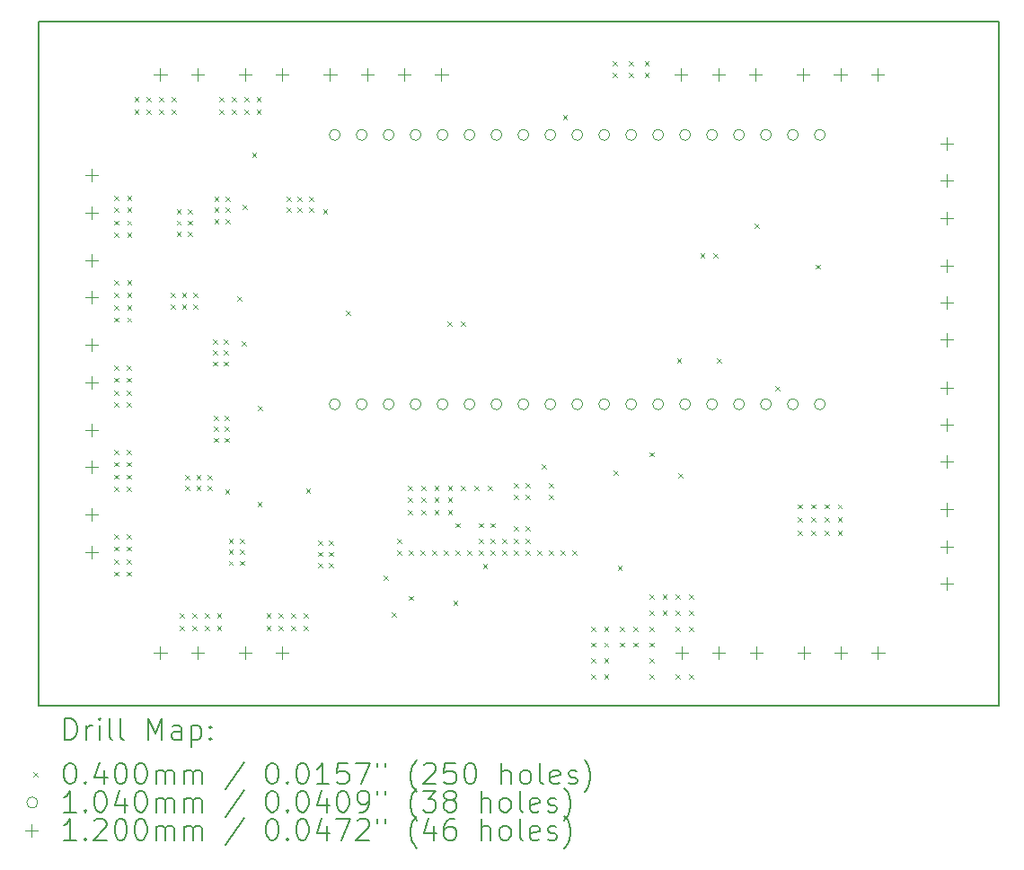
<source format=gbr>
%FSLAX45Y45*%
G04 Gerber Fmt 4.5, Leading zero omitted, Abs format (unit mm)*
G04 Created by KiCad (PCBNEW (6.0.2)) date 2023-08-04 12:45:14*
%MOMM*%
%LPD*%
G01*
G04 APERTURE LIST*
%TA.AperFunction,Profile*%
%ADD10C,0.200000*%
%TD*%
%ADD11C,0.200000*%
%ADD12C,0.040000*%
%ADD13C,0.104000*%
%ADD14C,0.120000*%
G04 APERTURE END LIST*
D10*
X14850000Y-6350000D02*
X5800000Y-6350000D01*
X5800000Y-6350000D02*
X5800000Y-12800000D01*
X5800000Y-12800000D02*
X14850000Y-12800000D01*
X14850000Y-12800000D02*
X14850000Y-6350000D01*
D11*
D12*
X6507500Y-10387500D02*
X6547500Y-10427500D01*
X6547500Y-10387500D02*
X6507500Y-10427500D01*
X6507500Y-10502500D02*
X6547500Y-10542500D01*
X6547500Y-10502500D02*
X6507500Y-10542500D01*
X6507500Y-10622500D02*
X6547500Y-10662500D01*
X6547500Y-10622500D02*
X6507500Y-10662500D01*
X6507500Y-10737500D02*
X6547500Y-10777500D01*
X6547500Y-10737500D02*
X6507500Y-10777500D01*
X6510000Y-9592500D02*
X6550000Y-9632500D01*
X6550000Y-9592500D02*
X6510000Y-9632500D01*
X6510000Y-9707500D02*
X6550000Y-9747500D01*
X6550000Y-9707500D02*
X6510000Y-9747500D01*
X6510000Y-9827500D02*
X6550000Y-9867500D01*
X6550000Y-9827500D02*
X6510000Y-9867500D01*
X6510000Y-9942500D02*
X6550000Y-9982500D01*
X6550000Y-9942500D02*
X6510000Y-9982500D01*
X6510000Y-11185000D02*
X6550000Y-11225000D01*
X6550000Y-11185000D02*
X6510000Y-11225000D01*
X6510000Y-11300000D02*
X6550000Y-11340000D01*
X6550000Y-11300000D02*
X6510000Y-11340000D01*
X6510000Y-11420000D02*
X6550000Y-11460000D01*
X6550000Y-11420000D02*
X6510000Y-11460000D01*
X6510000Y-11535000D02*
X6550000Y-11575000D01*
X6550000Y-11535000D02*
X6510000Y-11575000D01*
X6512500Y-7990000D02*
X6552500Y-8030000D01*
X6552500Y-7990000D02*
X6512500Y-8030000D01*
X6512500Y-8105000D02*
X6552500Y-8145000D01*
X6552500Y-8105000D02*
X6512500Y-8145000D01*
X6512500Y-8225000D02*
X6552500Y-8265000D01*
X6552500Y-8225000D02*
X6512500Y-8265000D01*
X6512500Y-8340000D02*
X6552500Y-8380000D01*
X6552500Y-8340000D02*
X6512500Y-8380000D01*
X6512500Y-8790000D02*
X6552500Y-8830000D01*
X6552500Y-8790000D02*
X6512500Y-8830000D01*
X6512500Y-8905000D02*
X6552500Y-8945000D01*
X6552500Y-8905000D02*
X6512500Y-8945000D01*
X6512500Y-9025000D02*
X6552500Y-9065000D01*
X6552500Y-9025000D02*
X6512500Y-9065000D01*
X6512500Y-9140000D02*
X6552500Y-9180000D01*
X6552500Y-9140000D02*
X6512500Y-9180000D01*
X6627500Y-10387500D02*
X6667500Y-10427500D01*
X6667500Y-10387500D02*
X6627500Y-10427500D01*
X6627500Y-10502500D02*
X6667500Y-10542500D01*
X6667500Y-10502500D02*
X6627500Y-10542500D01*
X6627500Y-10622500D02*
X6667500Y-10662500D01*
X6667500Y-10622500D02*
X6627500Y-10662500D01*
X6627500Y-10737500D02*
X6667500Y-10777500D01*
X6667500Y-10737500D02*
X6627500Y-10777500D01*
X6630000Y-9592500D02*
X6670000Y-9632500D01*
X6670000Y-9592500D02*
X6630000Y-9632500D01*
X6630000Y-9707500D02*
X6670000Y-9747500D01*
X6670000Y-9707500D02*
X6630000Y-9747500D01*
X6630000Y-9827500D02*
X6670000Y-9867500D01*
X6670000Y-9827500D02*
X6630000Y-9867500D01*
X6630000Y-9942500D02*
X6670000Y-9982500D01*
X6670000Y-9942500D02*
X6630000Y-9982500D01*
X6630000Y-11185000D02*
X6670000Y-11225000D01*
X6670000Y-11185000D02*
X6630000Y-11225000D01*
X6630000Y-11300000D02*
X6670000Y-11340000D01*
X6670000Y-11300000D02*
X6630000Y-11340000D01*
X6630000Y-11420000D02*
X6670000Y-11460000D01*
X6670000Y-11420000D02*
X6630000Y-11460000D01*
X6630000Y-11535000D02*
X6670000Y-11575000D01*
X6670000Y-11535000D02*
X6630000Y-11575000D01*
X6632500Y-7990000D02*
X6672500Y-8030000D01*
X6672500Y-7990000D02*
X6632500Y-8030000D01*
X6632500Y-8105000D02*
X6672500Y-8145000D01*
X6672500Y-8105000D02*
X6632500Y-8145000D01*
X6632500Y-8225000D02*
X6672500Y-8265000D01*
X6672500Y-8225000D02*
X6632500Y-8265000D01*
X6632500Y-8340000D02*
X6672500Y-8380000D01*
X6672500Y-8340000D02*
X6632500Y-8380000D01*
X6632500Y-8790000D02*
X6672500Y-8830000D01*
X6672500Y-8790000D02*
X6632500Y-8830000D01*
X6632500Y-8905000D02*
X6672500Y-8945000D01*
X6672500Y-8905000D02*
X6632500Y-8945000D01*
X6632500Y-9025000D02*
X6672500Y-9065000D01*
X6672500Y-9025000D02*
X6632500Y-9065000D01*
X6632500Y-9140000D02*
X6672500Y-9180000D01*
X6672500Y-9140000D02*
X6632500Y-9180000D01*
X6700000Y-7060000D02*
X6740000Y-7100000D01*
X6740000Y-7060000D02*
X6700000Y-7100000D01*
X6700000Y-7180000D02*
X6740000Y-7220000D01*
X6740000Y-7180000D02*
X6700000Y-7220000D01*
X6815000Y-7060000D02*
X6855000Y-7100000D01*
X6855000Y-7060000D02*
X6815000Y-7100000D01*
X6815000Y-7180000D02*
X6855000Y-7220000D01*
X6855000Y-7180000D02*
X6815000Y-7220000D01*
X6935000Y-7060000D02*
X6975000Y-7100000D01*
X6975000Y-7060000D02*
X6935000Y-7100000D01*
X6935000Y-7180000D02*
X6975000Y-7220000D01*
X6975000Y-7180000D02*
X6935000Y-7220000D01*
X7045000Y-8910000D02*
X7085000Y-8950000D01*
X7085000Y-8910000D02*
X7045000Y-8950000D01*
X7045000Y-9015000D02*
X7085000Y-9055000D01*
X7085000Y-9015000D02*
X7045000Y-9055000D01*
X7050000Y-7060000D02*
X7090000Y-7100000D01*
X7090000Y-7060000D02*
X7050000Y-7100000D01*
X7050000Y-7180000D02*
X7090000Y-7220000D01*
X7090000Y-7180000D02*
X7050000Y-7220000D01*
X7100000Y-8120000D02*
X7140000Y-8160000D01*
X7140000Y-8120000D02*
X7100000Y-8160000D01*
X7100000Y-8225000D02*
X7140000Y-8265000D01*
X7140000Y-8225000D02*
X7100000Y-8265000D01*
X7100000Y-8330000D02*
X7140000Y-8370000D01*
X7140000Y-8330000D02*
X7100000Y-8370000D01*
X7130000Y-11927500D02*
X7170000Y-11967500D01*
X7170000Y-11927500D02*
X7130000Y-11967500D01*
X7130000Y-12047500D02*
X7170000Y-12087500D01*
X7170000Y-12047500D02*
X7130000Y-12087500D01*
X7150000Y-8910000D02*
X7190000Y-8950000D01*
X7190000Y-8910000D02*
X7150000Y-8950000D01*
X7150000Y-9015000D02*
X7190000Y-9055000D01*
X7190000Y-9015000D02*
X7150000Y-9055000D01*
X7180000Y-10625000D02*
X7220000Y-10665000D01*
X7220000Y-10625000D02*
X7180000Y-10665000D01*
X7180000Y-10730000D02*
X7220000Y-10770000D01*
X7220000Y-10730000D02*
X7180000Y-10770000D01*
X7205000Y-8120000D02*
X7245000Y-8160000D01*
X7245000Y-8120000D02*
X7205000Y-8160000D01*
X7205000Y-8225000D02*
X7245000Y-8265000D01*
X7245000Y-8225000D02*
X7205000Y-8265000D01*
X7205000Y-8330000D02*
X7245000Y-8370000D01*
X7245000Y-8330000D02*
X7205000Y-8370000D01*
X7245000Y-11927500D02*
X7285000Y-11967500D01*
X7285000Y-11927500D02*
X7245000Y-11967500D01*
X7245000Y-12047500D02*
X7285000Y-12087500D01*
X7285000Y-12047500D02*
X7245000Y-12087500D01*
X7255000Y-8910000D02*
X7295000Y-8950000D01*
X7295000Y-8910000D02*
X7255000Y-8950000D01*
X7255000Y-9015000D02*
X7295000Y-9055000D01*
X7295000Y-9015000D02*
X7255000Y-9055000D01*
X7285000Y-10625000D02*
X7325000Y-10665000D01*
X7325000Y-10625000D02*
X7285000Y-10665000D01*
X7285000Y-10730000D02*
X7325000Y-10770000D01*
X7325000Y-10730000D02*
X7285000Y-10770000D01*
X7365000Y-11927500D02*
X7405000Y-11967500D01*
X7405000Y-11927500D02*
X7365000Y-11967500D01*
X7365000Y-12047500D02*
X7405000Y-12087500D01*
X7405000Y-12047500D02*
X7365000Y-12087500D01*
X7390000Y-10625000D02*
X7430000Y-10665000D01*
X7430000Y-10625000D02*
X7390000Y-10665000D01*
X7390000Y-10730000D02*
X7430000Y-10770000D01*
X7430000Y-10730000D02*
X7390000Y-10770000D01*
X7440000Y-9345000D02*
X7480000Y-9385000D01*
X7480000Y-9345000D02*
X7440000Y-9385000D01*
X7440000Y-9450000D02*
X7480000Y-9490000D01*
X7480000Y-9450000D02*
X7440000Y-9490000D01*
X7440000Y-9555000D02*
X7480000Y-9595000D01*
X7480000Y-9555000D02*
X7440000Y-9595000D01*
X7448000Y-10065000D02*
X7488000Y-10105000D01*
X7488000Y-10065000D02*
X7448000Y-10105000D01*
X7448000Y-10170000D02*
X7488000Y-10210000D01*
X7488000Y-10170000D02*
X7448000Y-10210000D01*
X7448000Y-10275000D02*
X7488000Y-10315000D01*
X7488000Y-10275000D02*
X7448000Y-10315000D01*
X7455000Y-8000000D02*
X7495000Y-8040000D01*
X7495000Y-8000000D02*
X7455000Y-8040000D01*
X7455000Y-8105000D02*
X7495000Y-8145000D01*
X7495000Y-8105000D02*
X7455000Y-8145000D01*
X7455000Y-8210000D02*
X7495000Y-8250000D01*
X7495000Y-8210000D02*
X7455000Y-8250000D01*
X7480000Y-11927500D02*
X7520000Y-11967500D01*
X7520000Y-11927500D02*
X7480000Y-11967500D01*
X7480000Y-12047500D02*
X7520000Y-12087500D01*
X7520000Y-12047500D02*
X7480000Y-12087500D01*
X7502500Y-7060000D02*
X7542500Y-7100000D01*
X7542500Y-7060000D02*
X7502500Y-7100000D01*
X7502500Y-7180000D02*
X7542500Y-7220000D01*
X7542500Y-7180000D02*
X7502500Y-7220000D01*
X7545000Y-9345000D02*
X7585000Y-9385000D01*
X7585000Y-9345000D02*
X7545000Y-9385000D01*
X7545000Y-9450000D02*
X7585000Y-9490000D01*
X7585000Y-9450000D02*
X7545000Y-9490000D01*
X7545000Y-9555000D02*
X7585000Y-9595000D01*
X7585000Y-9555000D02*
X7545000Y-9595000D01*
X7553000Y-10065000D02*
X7593000Y-10105000D01*
X7593000Y-10065000D02*
X7553000Y-10105000D01*
X7553000Y-10170000D02*
X7593000Y-10210000D01*
X7593000Y-10170000D02*
X7553000Y-10210000D01*
X7553000Y-10275000D02*
X7593000Y-10315000D01*
X7593000Y-10275000D02*
X7553000Y-10315000D01*
X7555000Y-10760000D02*
X7595000Y-10800000D01*
X7595000Y-10760000D02*
X7555000Y-10800000D01*
X7560000Y-8000000D02*
X7600000Y-8040000D01*
X7600000Y-8000000D02*
X7560000Y-8040000D01*
X7560000Y-8105000D02*
X7600000Y-8145000D01*
X7600000Y-8105000D02*
X7560000Y-8145000D01*
X7560000Y-8210000D02*
X7600000Y-8250000D01*
X7600000Y-8210000D02*
X7560000Y-8250000D01*
X7590000Y-11225000D02*
X7630000Y-11265000D01*
X7630000Y-11225000D02*
X7590000Y-11265000D01*
X7590000Y-11330000D02*
X7630000Y-11370000D01*
X7630000Y-11330000D02*
X7590000Y-11370000D01*
X7590000Y-11435000D02*
X7630000Y-11475000D01*
X7630000Y-11435000D02*
X7590000Y-11475000D01*
X7617500Y-7060000D02*
X7657500Y-7100000D01*
X7657500Y-7060000D02*
X7617500Y-7100000D01*
X7617500Y-7180000D02*
X7657500Y-7220000D01*
X7657500Y-7180000D02*
X7617500Y-7220000D01*
X7667500Y-8940000D02*
X7707500Y-8980000D01*
X7707500Y-8940000D02*
X7667500Y-8980000D01*
X7695000Y-11225000D02*
X7735000Y-11265000D01*
X7735000Y-11225000D02*
X7695000Y-11265000D01*
X7695000Y-11330000D02*
X7735000Y-11370000D01*
X7735000Y-11330000D02*
X7695000Y-11370000D01*
X7695000Y-11435000D02*
X7735000Y-11475000D01*
X7735000Y-11435000D02*
X7695000Y-11475000D01*
X7715000Y-9362500D02*
X7755000Y-9402500D01*
X7755000Y-9362500D02*
X7715000Y-9402500D01*
X7720000Y-8080000D02*
X7760000Y-8120000D01*
X7760000Y-8080000D02*
X7720000Y-8120000D01*
X7737500Y-7060000D02*
X7777500Y-7100000D01*
X7777500Y-7060000D02*
X7737500Y-7100000D01*
X7737500Y-7180000D02*
X7777500Y-7220000D01*
X7777500Y-7180000D02*
X7737500Y-7220000D01*
X7809000Y-7586000D02*
X7849000Y-7626000D01*
X7849000Y-7586000D02*
X7809000Y-7626000D01*
X7852500Y-7060000D02*
X7892500Y-7100000D01*
X7892500Y-7060000D02*
X7852500Y-7100000D01*
X7852500Y-7180000D02*
X7892500Y-7220000D01*
X7892500Y-7180000D02*
X7852500Y-7220000D01*
X7861000Y-10877000D02*
X7901000Y-10917000D01*
X7901000Y-10877000D02*
X7861000Y-10917000D01*
X7865000Y-9972000D02*
X7905000Y-10012000D01*
X7905000Y-9972000D02*
X7865000Y-10012000D01*
X7945000Y-11927000D02*
X7985000Y-11967000D01*
X7985000Y-11927000D02*
X7945000Y-11967000D01*
X7945000Y-12047000D02*
X7985000Y-12087000D01*
X7985000Y-12047000D02*
X7945000Y-12087000D01*
X8060000Y-11927000D02*
X8100000Y-11967000D01*
X8100000Y-11927000D02*
X8060000Y-11967000D01*
X8060000Y-12047000D02*
X8100000Y-12087000D01*
X8100000Y-12047000D02*
X8060000Y-12087000D01*
X8135000Y-8000000D02*
X8175000Y-8040000D01*
X8175000Y-8000000D02*
X8135000Y-8040000D01*
X8135000Y-8105000D02*
X8175000Y-8145000D01*
X8175000Y-8105000D02*
X8135000Y-8145000D01*
X8180000Y-11927000D02*
X8220000Y-11967000D01*
X8220000Y-11927000D02*
X8180000Y-11967000D01*
X8180000Y-12047000D02*
X8220000Y-12087000D01*
X8220000Y-12047000D02*
X8180000Y-12087000D01*
X8240000Y-8000000D02*
X8280000Y-8040000D01*
X8280000Y-8000000D02*
X8240000Y-8040000D01*
X8240000Y-8105000D02*
X8280000Y-8145000D01*
X8280000Y-8105000D02*
X8240000Y-8145000D01*
X8295000Y-11927000D02*
X8335000Y-11967000D01*
X8335000Y-11927000D02*
X8295000Y-11967000D01*
X8295000Y-12047000D02*
X8335000Y-12087000D01*
X8335000Y-12047000D02*
X8295000Y-12087000D01*
X8317000Y-10752000D02*
X8357000Y-10792000D01*
X8357000Y-10752000D02*
X8317000Y-10792000D01*
X8345000Y-8000000D02*
X8385000Y-8040000D01*
X8385000Y-8000000D02*
X8345000Y-8040000D01*
X8345000Y-8105000D02*
X8385000Y-8145000D01*
X8385000Y-8105000D02*
X8345000Y-8145000D01*
X8430000Y-11245000D02*
X8470000Y-11285000D01*
X8470000Y-11245000D02*
X8430000Y-11285000D01*
X8430000Y-11350000D02*
X8470000Y-11390000D01*
X8470000Y-11350000D02*
X8430000Y-11390000D01*
X8430000Y-11455000D02*
X8470000Y-11495000D01*
X8470000Y-11455000D02*
X8430000Y-11495000D01*
X8480000Y-8120000D02*
X8520000Y-8160000D01*
X8520000Y-8120000D02*
X8480000Y-8160000D01*
X8535000Y-11245000D02*
X8575000Y-11285000D01*
X8575000Y-11245000D02*
X8535000Y-11285000D01*
X8535000Y-11350000D02*
X8575000Y-11390000D01*
X8575000Y-11350000D02*
X8535000Y-11390000D01*
X8535000Y-11455000D02*
X8575000Y-11495000D01*
X8575000Y-11455000D02*
X8535000Y-11495000D01*
X8695000Y-9075000D02*
X8735000Y-9115000D01*
X8735000Y-9075000D02*
X8695000Y-9115000D01*
X9050000Y-11575000D02*
X9090000Y-11615000D01*
X9090000Y-11575000D02*
X9050000Y-11615000D01*
X9127000Y-11921000D02*
X9167000Y-11961000D01*
X9167000Y-11921000D02*
X9127000Y-11961000D01*
X9180000Y-11230000D02*
X9220000Y-11270000D01*
X9220000Y-11230000D02*
X9180000Y-11270000D01*
X9180000Y-11340000D02*
X9220000Y-11380000D01*
X9220000Y-11340000D02*
X9180000Y-11380000D01*
X9280000Y-10730000D02*
X9320000Y-10770000D01*
X9320000Y-10730000D02*
X9280000Y-10770000D01*
X9280000Y-10840000D02*
X9320000Y-10880000D01*
X9320000Y-10840000D02*
X9280000Y-10880000D01*
X9280000Y-10955000D02*
X9320000Y-10995000D01*
X9320000Y-10955000D02*
X9280000Y-10995000D01*
X9290000Y-11340000D02*
X9330000Y-11380000D01*
X9330000Y-11340000D02*
X9290000Y-11380000D01*
X9290000Y-11765000D02*
X9330000Y-11805000D01*
X9330000Y-11765000D02*
X9290000Y-11805000D01*
X9400000Y-11340000D02*
X9440000Y-11380000D01*
X9440000Y-11340000D02*
X9400000Y-11380000D01*
X9405000Y-10730000D02*
X9445000Y-10770000D01*
X9445000Y-10730000D02*
X9405000Y-10770000D01*
X9405000Y-10840000D02*
X9445000Y-10880000D01*
X9445000Y-10840000D02*
X9405000Y-10880000D01*
X9405000Y-10955000D02*
X9445000Y-10995000D01*
X9445000Y-10955000D02*
X9405000Y-10995000D01*
X9510000Y-11340000D02*
X9550000Y-11380000D01*
X9550000Y-11340000D02*
X9510000Y-11380000D01*
X9530000Y-10730000D02*
X9570000Y-10770000D01*
X9570000Y-10730000D02*
X9530000Y-10770000D01*
X9530000Y-10840000D02*
X9570000Y-10880000D01*
X9570000Y-10840000D02*
X9530000Y-10880000D01*
X9530000Y-10955000D02*
X9570000Y-10995000D01*
X9570000Y-10955000D02*
X9530000Y-10995000D01*
X9620000Y-11340000D02*
X9660000Y-11380000D01*
X9660000Y-11340000D02*
X9620000Y-11380000D01*
X9650000Y-9180000D02*
X9690000Y-9220000D01*
X9690000Y-9180000D02*
X9650000Y-9220000D01*
X9655000Y-10730000D02*
X9695000Y-10770000D01*
X9695000Y-10730000D02*
X9655000Y-10770000D01*
X9655000Y-10840000D02*
X9695000Y-10880000D01*
X9695000Y-10840000D02*
X9655000Y-10880000D01*
X9655000Y-10955000D02*
X9695000Y-10995000D01*
X9695000Y-10955000D02*
X9655000Y-10995000D01*
X9707500Y-11812500D02*
X9747500Y-11852500D01*
X9747500Y-11812500D02*
X9707500Y-11852500D01*
X9730000Y-11080000D02*
X9770000Y-11120000D01*
X9770000Y-11080000D02*
X9730000Y-11120000D01*
X9730000Y-11340000D02*
X9770000Y-11380000D01*
X9770000Y-11340000D02*
X9730000Y-11380000D01*
X9780000Y-9180000D02*
X9820000Y-9220000D01*
X9820000Y-9180000D02*
X9780000Y-9220000D01*
X9780000Y-10730000D02*
X9820000Y-10770000D01*
X9820000Y-10730000D02*
X9780000Y-10770000D01*
X9840000Y-11340000D02*
X9880000Y-11380000D01*
X9880000Y-11340000D02*
X9840000Y-11380000D01*
X9905000Y-10730000D02*
X9945000Y-10770000D01*
X9945000Y-10730000D02*
X9905000Y-10770000D01*
X9950000Y-11080000D02*
X9990000Y-11120000D01*
X9990000Y-11080000D02*
X9950000Y-11120000D01*
X9950000Y-11230000D02*
X9990000Y-11270000D01*
X9990000Y-11230000D02*
X9950000Y-11270000D01*
X9950000Y-11340000D02*
X9990000Y-11380000D01*
X9990000Y-11340000D02*
X9950000Y-11380000D01*
X9985000Y-11466000D02*
X10025000Y-11506000D01*
X10025000Y-11466000D02*
X9985000Y-11506000D01*
X10030000Y-10730000D02*
X10070000Y-10770000D01*
X10070000Y-10730000D02*
X10030000Y-10770000D01*
X10055000Y-11080000D02*
X10095000Y-11120000D01*
X10095000Y-11080000D02*
X10055000Y-11120000D01*
X10060000Y-11230000D02*
X10100000Y-11270000D01*
X10100000Y-11230000D02*
X10060000Y-11270000D01*
X10060000Y-11340000D02*
X10100000Y-11380000D01*
X10100000Y-11340000D02*
X10060000Y-11380000D01*
X10170000Y-11230000D02*
X10210000Y-11270000D01*
X10210000Y-11230000D02*
X10170000Y-11270000D01*
X10170000Y-11340000D02*
X10210000Y-11380000D01*
X10210000Y-11340000D02*
X10170000Y-11380000D01*
X10280000Y-10700000D02*
X10320000Y-10740000D01*
X10320000Y-10700000D02*
X10280000Y-10740000D01*
X10280000Y-10810000D02*
X10320000Y-10850000D01*
X10320000Y-10810000D02*
X10280000Y-10850000D01*
X10280000Y-11110000D02*
X10320000Y-11150000D01*
X10320000Y-11110000D02*
X10280000Y-11150000D01*
X10280000Y-11230000D02*
X10320000Y-11270000D01*
X10320000Y-11230000D02*
X10280000Y-11270000D01*
X10280000Y-11340000D02*
X10320000Y-11380000D01*
X10320000Y-11340000D02*
X10280000Y-11380000D01*
X10390000Y-10700000D02*
X10430000Y-10740000D01*
X10430000Y-10700000D02*
X10390000Y-10740000D01*
X10390000Y-10810000D02*
X10430000Y-10850000D01*
X10430000Y-10810000D02*
X10390000Y-10850000D01*
X10390000Y-11110000D02*
X10430000Y-11150000D01*
X10430000Y-11110000D02*
X10390000Y-11150000D01*
X10390000Y-11230000D02*
X10430000Y-11270000D01*
X10430000Y-11230000D02*
X10390000Y-11270000D01*
X10390000Y-11340000D02*
X10430000Y-11380000D01*
X10430000Y-11340000D02*
X10390000Y-11380000D01*
X10500000Y-11340000D02*
X10540000Y-11380000D01*
X10540000Y-11340000D02*
X10500000Y-11380000D01*
X10543000Y-10525000D02*
X10583000Y-10565000D01*
X10583000Y-10525000D02*
X10543000Y-10565000D01*
X10610000Y-10700000D02*
X10650000Y-10740000D01*
X10650000Y-10700000D02*
X10610000Y-10740000D01*
X10610000Y-10810000D02*
X10650000Y-10850000D01*
X10650000Y-10810000D02*
X10610000Y-10850000D01*
X10610000Y-11340000D02*
X10650000Y-11380000D01*
X10650000Y-11340000D02*
X10610000Y-11380000D01*
X10720000Y-11340000D02*
X10760000Y-11380000D01*
X10760000Y-11340000D02*
X10720000Y-11380000D01*
X10740000Y-7230000D02*
X10780000Y-7270000D01*
X10780000Y-7230000D02*
X10740000Y-7270000D01*
X10830000Y-11340000D02*
X10870000Y-11380000D01*
X10870000Y-11340000D02*
X10830000Y-11380000D01*
X11005000Y-12055000D02*
X11045000Y-12095000D01*
X11045000Y-12055000D02*
X11005000Y-12095000D01*
X11005000Y-12205000D02*
X11045000Y-12245000D01*
X11045000Y-12205000D02*
X11005000Y-12245000D01*
X11005000Y-12355000D02*
X11045000Y-12395000D01*
X11045000Y-12355000D02*
X11005000Y-12395000D01*
X11005000Y-12505000D02*
X11045000Y-12545000D01*
X11045000Y-12505000D02*
X11005000Y-12545000D01*
X11130000Y-12055000D02*
X11170000Y-12095000D01*
X11170000Y-12055000D02*
X11130000Y-12095000D01*
X11130000Y-12205000D02*
X11170000Y-12245000D01*
X11170000Y-12205000D02*
X11130000Y-12245000D01*
X11130000Y-12355000D02*
X11170000Y-12395000D01*
X11170000Y-12355000D02*
X11130000Y-12395000D01*
X11130000Y-12505000D02*
X11170000Y-12545000D01*
X11170000Y-12505000D02*
X11130000Y-12545000D01*
X11210000Y-6720000D02*
X11250000Y-6760000D01*
X11250000Y-6720000D02*
X11210000Y-6760000D01*
X11210000Y-6830000D02*
X11250000Y-6870000D01*
X11250000Y-6830000D02*
X11210000Y-6870000D01*
X11215000Y-10585000D02*
X11255000Y-10625000D01*
X11255000Y-10585000D02*
X11215000Y-10625000D01*
X11255000Y-11480000D02*
X11295000Y-11520000D01*
X11295000Y-11480000D02*
X11255000Y-11520000D01*
X11280000Y-12055000D02*
X11320000Y-12095000D01*
X11320000Y-12055000D02*
X11280000Y-12095000D01*
X11280000Y-12205000D02*
X11320000Y-12245000D01*
X11320000Y-12205000D02*
X11280000Y-12245000D01*
X11360000Y-6720000D02*
X11400000Y-6760000D01*
X11400000Y-6720000D02*
X11360000Y-6760000D01*
X11360000Y-6830000D02*
X11400000Y-6870000D01*
X11400000Y-6830000D02*
X11360000Y-6870000D01*
X11405000Y-12055000D02*
X11445000Y-12095000D01*
X11445000Y-12055000D02*
X11405000Y-12095000D01*
X11405000Y-12205000D02*
X11445000Y-12245000D01*
X11445000Y-12205000D02*
X11405000Y-12245000D01*
X11510000Y-6720000D02*
X11550000Y-6760000D01*
X11550000Y-6720000D02*
X11510000Y-6760000D01*
X11510000Y-6830000D02*
X11550000Y-6870000D01*
X11550000Y-6830000D02*
X11510000Y-6870000D01*
X11555000Y-10410000D02*
X11595000Y-10450000D01*
X11595000Y-10410000D02*
X11555000Y-10450000D01*
X11555000Y-11755000D02*
X11595000Y-11795000D01*
X11595000Y-11755000D02*
X11555000Y-11795000D01*
X11555000Y-11905000D02*
X11595000Y-11945000D01*
X11595000Y-11905000D02*
X11555000Y-11945000D01*
X11555000Y-12055000D02*
X11595000Y-12095000D01*
X11595000Y-12055000D02*
X11555000Y-12095000D01*
X11555000Y-12205000D02*
X11595000Y-12245000D01*
X11595000Y-12205000D02*
X11555000Y-12245000D01*
X11555000Y-12355000D02*
X11595000Y-12395000D01*
X11595000Y-12355000D02*
X11555000Y-12395000D01*
X11555000Y-12505000D02*
X11595000Y-12545000D01*
X11595000Y-12505000D02*
X11555000Y-12545000D01*
X11680000Y-11755000D02*
X11720000Y-11795000D01*
X11720000Y-11755000D02*
X11680000Y-11795000D01*
X11680000Y-11905000D02*
X11720000Y-11945000D01*
X11720000Y-11905000D02*
X11680000Y-11945000D01*
X11805000Y-11755000D02*
X11845000Y-11795000D01*
X11845000Y-11755000D02*
X11805000Y-11795000D01*
X11805000Y-11905000D02*
X11845000Y-11945000D01*
X11845000Y-11905000D02*
X11805000Y-11945000D01*
X11805000Y-12055000D02*
X11845000Y-12095000D01*
X11845000Y-12055000D02*
X11805000Y-12095000D01*
X11805000Y-12505000D02*
X11845000Y-12545000D01*
X11845000Y-12505000D02*
X11805000Y-12545000D01*
X11815000Y-9525000D02*
X11855000Y-9565000D01*
X11855000Y-9525000D02*
X11815000Y-9565000D01*
X11830000Y-10610000D02*
X11870000Y-10650000D01*
X11870000Y-10610000D02*
X11830000Y-10650000D01*
X11930000Y-11755000D02*
X11970000Y-11795000D01*
X11970000Y-11755000D02*
X11930000Y-11795000D01*
X11930000Y-11905000D02*
X11970000Y-11945000D01*
X11970000Y-11905000D02*
X11930000Y-11945000D01*
X11930000Y-12055000D02*
X11970000Y-12095000D01*
X11970000Y-12055000D02*
X11930000Y-12095000D01*
X11930000Y-12505000D02*
X11970000Y-12545000D01*
X11970000Y-12505000D02*
X11930000Y-12545000D01*
X12035000Y-8535000D02*
X12075000Y-8575000D01*
X12075000Y-8535000D02*
X12035000Y-8575000D01*
X12160000Y-8535000D02*
X12200000Y-8575000D01*
X12200000Y-8535000D02*
X12160000Y-8575000D01*
X12190000Y-9525000D02*
X12230000Y-9565000D01*
X12230000Y-9525000D02*
X12190000Y-9565000D01*
X12545000Y-8255000D02*
X12585000Y-8295000D01*
X12585000Y-8255000D02*
X12545000Y-8295000D01*
X12745000Y-9785000D02*
X12785000Y-9825000D01*
X12785000Y-9785000D02*
X12745000Y-9825000D01*
X12955000Y-10900000D02*
X12995000Y-10940000D01*
X12995000Y-10900000D02*
X12955000Y-10940000D01*
X12955000Y-11025000D02*
X12995000Y-11065000D01*
X12995000Y-11025000D02*
X12955000Y-11065000D01*
X12955000Y-11150000D02*
X12995000Y-11190000D01*
X12995000Y-11150000D02*
X12955000Y-11190000D01*
X13080000Y-10900000D02*
X13120000Y-10940000D01*
X13120000Y-10900000D02*
X13080000Y-10940000D01*
X13080000Y-11025000D02*
X13120000Y-11065000D01*
X13120000Y-11025000D02*
X13080000Y-11065000D01*
X13080000Y-11150000D02*
X13120000Y-11190000D01*
X13120000Y-11150000D02*
X13080000Y-11190000D01*
X13120000Y-8640000D02*
X13160000Y-8680000D01*
X13160000Y-8640000D02*
X13120000Y-8680000D01*
X13205000Y-10900000D02*
X13245000Y-10940000D01*
X13245000Y-10900000D02*
X13205000Y-10940000D01*
X13205000Y-11025000D02*
X13245000Y-11065000D01*
X13245000Y-11025000D02*
X13205000Y-11065000D01*
X13205000Y-11150000D02*
X13245000Y-11190000D01*
X13245000Y-11150000D02*
X13205000Y-11190000D01*
X13330000Y-10900000D02*
X13370000Y-10940000D01*
X13370000Y-10900000D02*
X13330000Y-10940000D01*
X13330000Y-11025000D02*
X13370000Y-11065000D01*
X13370000Y-11025000D02*
X13330000Y-11065000D01*
X13330000Y-11150000D02*
X13370000Y-11190000D01*
X13370000Y-11150000D02*
X13330000Y-11190000D01*
D13*
X8641000Y-7417750D02*
G75*
G03*
X8641000Y-7417750I-52000J0D01*
G01*
X8641000Y-9957750D02*
G75*
G03*
X8641000Y-9957750I-52000J0D01*
G01*
X8895000Y-7417750D02*
G75*
G03*
X8895000Y-7417750I-52000J0D01*
G01*
X8895000Y-9957750D02*
G75*
G03*
X8895000Y-9957750I-52000J0D01*
G01*
X9149000Y-7417750D02*
G75*
G03*
X9149000Y-7417750I-52000J0D01*
G01*
X9149000Y-9957750D02*
G75*
G03*
X9149000Y-9957750I-52000J0D01*
G01*
X9403000Y-7417750D02*
G75*
G03*
X9403000Y-7417750I-52000J0D01*
G01*
X9403000Y-9957750D02*
G75*
G03*
X9403000Y-9957750I-52000J0D01*
G01*
X9657000Y-7417750D02*
G75*
G03*
X9657000Y-7417750I-52000J0D01*
G01*
X9657000Y-9957750D02*
G75*
G03*
X9657000Y-9957750I-52000J0D01*
G01*
X9911000Y-7417750D02*
G75*
G03*
X9911000Y-7417750I-52000J0D01*
G01*
X9911000Y-9957750D02*
G75*
G03*
X9911000Y-9957750I-52000J0D01*
G01*
X10165000Y-7417750D02*
G75*
G03*
X10165000Y-7417750I-52000J0D01*
G01*
X10165000Y-9957750D02*
G75*
G03*
X10165000Y-9957750I-52000J0D01*
G01*
X10419000Y-7417750D02*
G75*
G03*
X10419000Y-7417750I-52000J0D01*
G01*
X10419000Y-9957750D02*
G75*
G03*
X10419000Y-9957750I-52000J0D01*
G01*
X10673000Y-7417750D02*
G75*
G03*
X10673000Y-7417750I-52000J0D01*
G01*
X10673000Y-9957750D02*
G75*
G03*
X10673000Y-9957750I-52000J0D01*
G01*
X10927000Y-7417750D02*
G75*
G03*
X10927000Y-7417750I-52000J0D01*
G01*
X10927000Y-9957750D02*
G75*
G03*
X10927000Y-9957750I-52000J0D01*
G01*
X11181000Y-7417750D02*
G75*
G03*
X11181000Y-7417750I-52000J0D01*
G01*
X11181000Y-9957750D02*
G75*
G03*
X11181000Y-9957750I-52000J0D01*
G01*
X11435000Y-7417750D02*
G75*
G03*
X11435000Y-7417750I-52000J0D01*
G01*
X11435000Y-9957750D02*
G75*
G03*
X11435000Y-9957750I-52000J0D01*
G01*
X11689000Y-7417750D02*
G75*
G03*
X11689000Y-7417750I-52000J0D01*
G01*
X11689000Y-9957750D02*
G75*
G03*
X11689000Y-9957750I-52000J0D01*
G01*
X11943000Y-7417750D02*
G75*
G03*
X11943000Y-7417750I-52000J0D01*
G01*
X11943000Y-9957750D02*
G75*
G03*
X11943000Y-9957750I-52000J0D01*
G01*
X12197000Y-7417750D02*
G75*
G03*
X12197000Y-7417750I-52000J0D01*
G01*
X12197000Y-9957750D02*
G75*
G03*
X12197000Y-9957750I-52000J0D01*
G01*
X12451000Y-7417750D02*
G75*
G03*
X12451000Y-7417750I-52000J0D01*
G01*
X12451000Y-9957750D02*
G75*
G03*
X12451000Y-9957750I-52000J0D01*
G01*
X12705000Y-7417750D02*
G75*
G03*
X12705000Y-7417750I-52000J0D01*
G01*
X12705000Y-9957750D02*
G75*
G03*
X12705000Y-9957750I-52000J0D01*
G01*
X12959000Y-7417750D02*
G75*
G03*
X12959000Y-7417750I-52000J0D01*
G01*
X12959000Y-9957750D02*
G75*
G03*
X12959000Y-9957750I-52000J0D01*
G01*
X13213000Y-7417750D02*
G75*
G03*
X13213000Y-7417750I-52000J0D01*
G01*
X13213000Y-9957750D02*
G75*
G03*
X13213000Y-9957750I-52000J0D01*
G01*
D14*
X6300000Y-7740000D02*
X6300000Y-7860000D01*
X6240000Y-7800000D02*
X6360000Y-7800000D01*
X6300000Y-8090000D02*
X6300000Y-8210000D01*
X6240000Y-8150000D02*
X6360000Y-8150000D01*
X6300000Y-8540000D02*
X6300000Y-8660000D01*
X6240000Y-8600000D02*
X6360000Y-8600000D01*
X6300000Y-8890000D02*
X6300000Y-9010000D01*
X6240000Y-8950000D02*
X6360000Y-8950000D01*
X6300000Y-9340000D02*
X6300000Y-9460000D01*
X6240000Y-9400000D02*
X6360000Y-9400000D01*
X6300000Y-9690000D02*
X6300000Y-9810000D01*
X6240000Y-9750000D02*
X6360000Y-9750000D01*
X6300000Y-10140000D02*
X6300000Y-10260000D01*
X6240000Y-10200000D02*
X6360000Y-10200000D01*
X6300000Y-10490000D02*
X6300000Y-10610000D01*
X6240000Y-10550000D02*
X6360000Y-10550000D01*
X6300000Y-10940000D02*
X6300000Y-11060000D01*
X6240000Y-11000000D02*
X6360000Y-11000000D01*
X6300000Y-11290000D02*
X6300000Y-11410000D01*
X6240000Y-11350000D02*
X6360000Y-11350000D01*
X6945000Y-6790000D02*
X6945000Y-6910000D01*
X6885000Y-6850000D02*
X7005000Y-6850000D01*
X6945000Y-12240000D02*
X6945000Y-12360000D01*
X6885000Y-12300000D02*
X7005000Y-12300000D01*
X7295000Y-6790000D02*
X7295000Y-6910000D01*
X7235000Y-6850000D02*
X7355000Y-6850000D01*
X7295000Y-12240000D02*
X7295000Y-12360000D01*
X7235000Y-12300000D02*
X7355000Y-12300000D01*
X7745000Y-6790000D02*
X7745000Y-6910000D01*
X7685000Y-6850000D02*
X7805000Y-6850000D01*
X7745000Y-12240000D02*
X7745000Y-12360000D01*
X7685000Y-12300000D02*
X7805000Y-12300000D01*
X8095000Y-6790000D02*
X8095000Y-6910000D01*
X8035000Y-6850000D02*
X8155000Y-6850000D01*
X8095000Y-12240000D02*
X8095000Y-12360000D01*
X8035000Y-12300000D02*
X8155000Y-12300000D01*
X8545000Y-6790000D02*
X8545000Y-6910000D01*
X8485000Y-6850000D02*
X8605000Y-6850000D01*
X8895000Y-6790000D02*
X8895000Y-6910000D01*
X8835000Y-6850000D02*
X8955000Y-6850000D01*
X9245000Y-6790000D02*
X9245000Y-6910000D01*
X9185000Y-6850000D02*
X9305000Y-6850000D01*
X9595000Y-6790000D02*
X9595000Y-6910000D01*
X9535000Y-6850000D02*
X9655000Y-6850000D01*
X11855000Y-6790000D02*
X11855000Y-6910000D01*
X11795000Y-6850000D02*
X11915000Y-6850000D01*
X11860000Y-12240000D02*
X11860000Y-12360000D01*
X11800000Y-12300000D02*
X11920000Y-12300000D01*
X12205000Y-6790000D02*
X12205000Y-6910000D01*
X12145000Y-6850000D02*
X12265000Y-6850000D01*
X12210000Y-12240000D02*
X12210000Y-12360000D01*
X12150000Y-12300000D02*
X12270000Y-12300000D01*
X12555000Y-6790000D02*
X12555000Y-6910000D01*
X12495000Y-6850000D02*
X12615000Y-6850000D01*
X12560000Y-12240000D02*
X12560000Y-12360000D01*
X12500000Y-12300000D02*
X12620000Y-12300000D01*
X13005000Y-6790000D02*
X13005000Y-6910000D01*
X12945000Y-6850000D02*
X13065000Y-6850000D01*
X13010000Y-12240000D02*
X13010000Y-12360000D01*
X12950000Y-12300000D02*
X13070000Y-12300000D01*
X13355000Y-6790000D02*
X13355000Y-6910000D01*
X13295000Y-6850000D02*
X13415000Y-6850000D01*
X13360000Y-12240000D02*
X13360000Y-12360000D01*
X13300000Y-12300000D02*
X13420000Y-12300000D01*
X13705000Y-6790000D02*
X13705000Y-6910000D01*
X13645000Y-6850000D02*
X13765000Y-6850000D01*
X13710000Y-12240000D02*
X13710000Y-12360000D01*
X13650000Y-12300000D02*
X13770000Y-12300000D01*
X14355000Y-7440000D02*
X14355000Y-7560000D01*
X14295000Y-7500000D02*
X14415000Y-7500000D01*
X14355000Y-7790000D02*
X14355000Y-7910000D01*
X14295000Y-7850000D02*
X14415000Y-7850000D01*
X14355000Y-8140000D02*
X14355000Y-8260000D01*
X14295000Y-8200000D02*
X14415000Y-8200000D01*
X14355000Y-8590000D02*
X14355000Y-8710000D01*
X14295000Y-8650000D02*
X14415000Y-8650000D01*
X14355000Y-8940000D02*
X14355000Y-9060000D01*
X14295000Y-9000000D02*
X14415000Y-9000000D01*
X14355000Y-9290000D02*
X14355000Y-9410000D01*
X14295000Y-9350000D02*
X14415000Y-9350000D01*
X14355000Y-9740000D02*
X14355000Y-9860000D01*
X14295000Y-9800000D02*
X14415000Y-9800000D01*
X14355000Y-10090000D02*
X14355000Y-10210000D01*
X14295000Y-10150000D02*
X14415000Y-10150000D01*
X14355000Y-10440000D02*
X14355000Y-10560000D01*
X14295000Y-10500000D02*
X14415000Y-10500000D01*
X14355000Y-10890000D02*
X14355000Y-11010000D01*
X14295000Y-10950000D02*
X14415000Y-10950000D01*
X14355000Y-11240000D02*
X14355000Y-11360000D01*
X14295000Y-11300000D02*
X14415000Y-11300000D01*
X14355000Y-11590000D02*
X14355000Y-11710000D01*
X14295000Y-11650000D02*
X14415000Y-11650000D01*
D11*
X6047619Y-13120476D02*
X6047619Y-12920476D01*
X6095238Y-12920476D01*
X6123809Y-12930000D01*
X6142857Y-12949048D01*
X6152381Y-12968095D01*
X6161905Y-13006190D01*
X6161905Y-13034762D01*
X6152381Y-13072857D01*
X6142857Y-13091905D01*
X6123809Y-13110952D01*
X6095238Y-13120476D01*
X6047619Y-13120476D01*
X6247619Y-13120476D02*
X6247619Y-12987143D01*
X6247619Y-13025238D02*
X6257143Y-13006190D01*
X6266667Y-12996667D01*
X6285714Y-12987143D01*
X6304762Y-12987143D01*
X6371428Y-13120476D02*
X6371428Y-12987143D01*
X6371428Y-12920476D02*
X6361905Y-12930000D01*
X6371428Y-12939524D01*
X6380952Y-12930000D01*
X6371428Y-12920476D01*
X6371428Y-12939524D01*
X6495238Y-13120476D02*
X6476190Y-13110952D01*
X6466667Y-13091905D01*
X6466667Y-12920476D01*
X6600000Y-13120476D02*
X6580952Y-13110952D01*
X6571428Y-13091905D01*
X6571428Y-12920476D01*
X6828571Y-13120476D02*
X6828571Y-12920476D01*
X6895238Y-13063333D01*
X6961905Y-12920476D01*
X6961905Y-13120476D01*
X7142857Y-13120476D02*
X7142857Y-13015714D01*
X7133333Y-12996667D01*
X7114286Y-12987143D01*
X7076190Y-12987143D01*
X7057143Y-12996667D01*
X7142857Y-13110952D02*
X7123809Y-13120476D01*
X7076190Y-13120476D01*
X7057143Y-13110952D01*
X7047619Y-13091905D01*
X7047619Y-13072857D01*
X7057143Y-13053809D01*
X7076190Y-13044286D01*
X7123809Y-13044286D01*
X7142857Y-13034762D01*
X7238095Y-12987143D02*
X7238095Y-13187143D01*
X7238095Y-12996667D02*
X7257143Y-12987143D01*
X7295238Y-12987143D01*
X7314286Y-12996667D01*
X7323809Y-13006190D01*
X7333333Y-13025238D01*
X7333333Y-13082381D01*
X7323809Y-13101428D01*
X7314286Y-13110952D01*
X7295238Y-13120476D01*
X7257143Y-13120476D01*
X7238095Y-13110952D01*
X7419048Y-13101428D02*
X7428571Y-13110952D01*
X7419048Y-13120476D01*
X7409524Y-13110952D01*
X7419048Y-13101428D01*
X7419048Y-13120476D01*
X7419048Y-12996667D02*
X7428571Y-13006190D01*
X7419048Y-13015714D01*
X7409524Y-13006190D01*
X7419048Y-12996667D01*
X7419048Y-13015714D01*
D12*
X5750000Y-13430000D02*
X5790000Y-13470000D01*
X5790000Y-13430000D02*
X5750000Y-13470000D01*
D11*
X6085714Y-13340476D02*
X6104762Y-13340476D01*
X6123809Y-13350000D01*
X6133333Y-13359524D01*
X6142857Y-13378571D01*
X6152381Y-13416667D01*
X6152381Y-13464286D01*
X6142857Y-13502381D01*
X6133333Y-13521428D01*
X6123809Y-13530952D01*
X6104762Y-13540476D01*
X6085714Y-13540476D01*
X6066667Y-13530952D01*
X6057143Y-13521428D01*
X6047619Y-13502381D01*
X6038095Y-13464286D01*
X6038095Y-13416667D01*
X6047619Y-13378571D01*
X6057143Y-13359524D01*
X6066667Y-13350000D01*
X6085714Y-13340476D01*
X6238095Y-13521428D02*
X6247619Y-13530952D01*
X6238095Y-13540476D01*
X6228571Y-13530952D01*
X6238095Y-13521428D01*
X6238095Y-13540476D01*
X6419048Y-13407143D02*
X6419048Y-13540476D01*
X6371428Y-13330952D02*
X6323809Y-13473809D01*
X6447619Y-13473809D01*
X6561905Y-13340476D02*
X6580952Y-13340476D01*
X6600000Y-13350000D01*
X6609524Y-13359524D01*
X6619048Y-13378571D01*
X6628571Y-13416667D01*
X6628571Y-13464286D01*
X6619048Y-13502381D01*
X6609524Y-13521428D01*
X6600000Y-13530952D01*
X6580952Y-13540476D01*
X6561905Y-13540476D01*
X6542857Y-13530952D01*
X6533333Y-13521428D01*
X6523809Y-13502381D01*
X6514286Y-13464286D01*
X6514286Y-13416667D01*
X6523809Y-13378571D01*
X6533333Y-13359524D01*
X6542857Y-13350000D01*
X6561905Y-13340476D01*
X6752381Y-13340476D02*
X6771428Y-13340476D01*
X6790476Y-13350000D01*
X6800000Y-13359524D01*
X6809524Y-13378571D01*
X6819048Y-13416667D01*
X6819048Y-13464286D01*
X6809524Y-13502381D01*
X6800000Y-13521428D01*
X6790476Y-13530952D01*
X6771428Y-13540476D01*
X6752381Y-13540476D01*
X6733333Y-13530952D01*
X6723809Y-13521428D01*
X6714286Y-13502381D01*
X6704762Y-13464286D01*
X6704762Y-13416667D01*
X6714286Y-13378571D01*
X6723809Y-13359524D01*
X6733333Y-13350000D01*
X6752381Y-13340476D01*
X6904762Y-13540476D02*
X6904762Y-13407143D01*
X6904762Y-13426190D02*
X6914286Y-13416667D01*
X6933333Y-13407143D01*
X6961905Y-13407143D01*
X6980952Y-13416667D01*
X6990476Y-13435714D01*
X6990476Y-13540476D01*
X6990476Y-13435714D02*
X7000000Y-13416667D01*
X7019048Y-13407143D01*
X7047619Y-13407143D01*
X7066667Y-13416667D01*
X7076190Y-13435714D01*
X7076190Y-13540476D01*
X7171428Y-13540476D02*
X7171428Y-13407143D01*
X7171428Y-13426190D02*
X7180952Y-13416667D01*
X7200000Y-13407143D01*
X7228571Y-13407143D01*
X7247619Y-13416667D01*
X7257143Y-13435714D01*
X7257143Y-13540476D01*
X7257143Y-13435714D02*
X7266667Y-13416667D01*
X7285714Y-13407143D01*
X7314286Y-13407143D01*
X7333333Y-13416667D01*
X7342857Y-13435714D01*
X7342857Y-13540476D01*
X7733333Y-13330952D02*
X7561905Y-13588095D01*
X7990476Y-13340476D02*
X8009524Y-13340476D01*
X8028571Y-13350000D01*
X8038095Y-13359524D01*
X8047619Y-13378571D01*
X8057143Y-13416667D01*
X8057143Y-13464286D01*
X8047619Y-13502381D01*
X8038095Y-13521428D01*
X8028571Y-13530952D01*
X8009524Y-13540476D01*
X7990476Y-13540476D01*
X7971428Y-13530952D01*
X7961905Y-13521428D01*
X7952381Y-13502381D01*
X7942857Y-13464286D01*
X7942857Y-13416667D01*
X7952381Y-13378571D01*
X7961905Y-13359524D01*
X7971428Y-13350000D01*
X7990476Y-13340476D01*
X8142857Y-13521428D02*
X8152381Y-13530952D01*
X8142857Y-13540476D01*
X8133333Y-13530952D01*
X8142857Y-13521428D01*
X8142857Y-13540476D01*
X8276190Y-13340476D02*
X8295238Y-13340476D01*
X8314286Y-13350000D01*
X8323809Y-13359524D01*
X8333333Y-13378571D01*
X8342857Y-13416667D01*
X8342857Y-13464286D01*
X8333333Y-13502381D01*
X8323809Y-13521428D01*
X8314286Y-13530952D01*
X8295238Y-13540476D01*
X8276190Y-13540476D01*
X8257143Y-13530952D01*
X8247619Y-13521428D01*
X8238095Y-13502381D01*
X8228571Y-13464286D01*
X8228571Y-13416667D01*
X8238095Y-13378571D01*
X8247619Y-13359524D01*
X8257143Y-13350000D01*
X8276190Y-13340476D01*
X8533333Y-13540476D02*
X8419048Y-13540476D01*
X8476190Y-13540476D02*
X8476190Y-13340476D01*
X8457143Y-13369048D01*
X8438095Y-13388095D01*
X8419048Y-13397619D01*
X8714286Y-13340476D02*
X8619048Y-13340476D01*
X8609524Y-13435714D01*
X8619048Y-13426190D01*
X8638095Y-13416667D01*
X8685714Y-13416667D01*
X8704762Y-13426190D01*
X8714286Y-13435714D01*
X8723810Y-13454762D01*
X8723810Y-13502381D01*
X8714286Y-13521428D01*
X8704762Y-13530952D01*
X8685714Y-13540476D01*
X8638095Y-13540476D01*
X8619048Y-13530952D01*
X8609524Y-13521428D01*
X8790476Y-13340476D02*
X8923810Y-13340476D01*
X8838095Y-13540476D01*
X8990476Y-13340476D02*
X8990476Y-13378571D01*
X9066667Y-13340476D02*
X9066667Y-13378571D01*
X9361905Y-13616667D02*
X9352381Y-13607143D01*
X9333333Y-13578571D01*
X9323810Y-13559524D01*
X9314286Y-13530952D01*
X9304762Y-13483333D01*
X9304762Y-13445238D01*
X9314286Y-13397619D01*
X9323810Y-13369048D01*
X9333333Y-13350000D01*
X9352381Y-13321428D01*
X9361905Y-13311905D01*
X9428571Y-13359524D02*
X9438095Y-13350000D01*
X9457143Y-13340476D01*
X9504762Y-13340476D01*
X9523810Y-13350000D01*
X9533333Y-13359524D01*
X9542857Y-13378571D01*
X9542857Y-13397619D01*
X9533333Y-13426190D01*
X9419048Y-13540476D01*
X9542857Y-13540476D01*
X9723810Y-13340476D02*
X9628571Y-13340476D01*
X9619048Y-13435714D01*
X9628571Y-13426190D01*
X9647619Y-13416667D01*
X9695238Y-13416667D01*
X9714286Y-13426190D01*
X9723810Y-13435714D01*
X9733333Y-13454762D01*
X9733333Y-13502381D01*
X9723810Y-13521428D01*
X9714286Y-13530952D01*
X9695238Y-13540476D01*
X9647619Y-13540476D01*
X9628571Y-13530952D01*
X9619048Y-13521428D01*
X9857143Y-13340476D02*
X9876190Y-13340476D01*
X9895238Y-13350000D01*
X9904762Y-13359524D01*
X9914286Y-13378571D01*
X9923810Y-13416667D01*
X9923810Y-13464286D01*
X9914286Y-13502381D01*
X9904762Y-13521428D01*
X9895238Y-13530952D01*
X9876190Y-13540476D01*
X9857143Y-13540476D01*
X9838095Y-13530952D01*
X9828571Y-13521428D01*
X9819048Y-13502381D01*
X9809524Y-13464286D01*
X9809524Y-13416667D01*
X9819048Y-13378571D01*
X9828571Y-13359524D01*
X9838095Y-13350000D01*
X9857143Y-13340476D01*
X10161905Y-13540476D02*
X10161905Y-13340476D01*
X10247619Y-13540476D02*
X10247619Y-13435714D01*
X10238095Y-13416667D01*
X10219048Y-13407143D01*
X10190476Y-13407143D01*
X10171429Y-13416667D01*
X10161905Y-13426190D01*
X10371429Y-13540476D02*
X10352381Y-13530952D01*
X10342857Y-13521428D01*
X10333333Y-13502381D01*
X10333333Y-13445238D01*
X10342857Y-13426190D01*
X10352381Y-13416667D01*
X10371429Y-13407143D01*
X10400000Y-13407143D01*
X10419048Y-13416667D01*
X10428571Y-13426190D01*
X10438095Y-13445238D01*
X10438095Y-13502381D01*
X10428571Y-13521428D01*
X10419048Y-13530952D01*
X10400000Y-13540476D01*
X10371429Y-13540476D01*
X10552381Y-13540476D02*
X10533333Y-13530952D01*
X10523810Y-13511905D01*
X10523810Y-13340476D01*
X10704762Y-13530952D02*
X10685714Y-13540476D01*
X10647619Y-13540476D01*
X10628571Y-13530952D01*
X10619048Y-13511905D01*
X10619048Y-13435714D01*
X10628571Y-13416667D01*
X10647619Y-13407143D01*
X10685714Y-13407143D01*
X10704762Y-13416667D01*
X10714286Y-13435714D01*
X10714286Y-13454762D01*
X10619048Y-13473809D01*
X10790476Y-13530952D02*
X10809524Y-13540476D01*
X10847619Y-13540476D01*
X10866667Y-13530952D01*
X10876190Y-13511905D01*
X10876190Y-13502381D01*
X10866667Y-13483333D01*
X10847619Y-13473809D01*
X10819048Y-13473809D01*
X10800000Y-13464286D01*
X10790476Y-13445238D01*
X10790476Y-13435714D01*
X10800000Y-13416667D01*
X10819048Y-13407143D01*
X10847619Y-13407143D01*
X10866667Y-13416667D01*
X10942857Y-13616667D02*
X10952381Y-13607143D01*
X10971429Y-13578571D01*
X10980952Y-13559524D01*
X10990476Y-13530952D01*
X11000000Y-13483333D01*
X11000000Y-13445238D01*
X10990476Y-13397619D01*
X10980952Y-13369048D01*
X10971429Y-13350000D01*
X10952381Y-13321428D01*
X10942857Y-13311905D01*
D13*
X5790000Y-13714000D02*
G75*
G03*
X5790000Y-13714000I-52000J0D01*
G01*
D11*
X6152381Y-13804476D02*
X6038095Y-13804476D01*
X6095238Y-13804476D02*
X6095238Y-13604476D01*
X6076190Y-13633048D01*
X6057143Y-13652095D01*
X6038095Y-13661619D01*
X6238095Y-13785428D02*
X6247619Y-13794952D01*
X6238095Y-13804476D01*
X6228571Y-13794952D01*
X6238095Y-13785428D01*
X6238095Y-13804476D01*
X6371428Y-13604476D02*
X6390476Y-13604476D01*
X6409524Y-13614000D01*
X6419048Y-13623524D01*
X6428571Y-13642571D01*
X6438095Y-13680667D01*
X6438095Y-13728286D01*
X6428571Y-13766381D01*
X6419048Y-13785428D01*
X6409524Y-13794952D01*
X6390476Y-13804476D01*
X6371428Y-13804476D01*
X6352381Y-13794952D01*
X6342857Y-13785428D01*
X6333333Y-13766381D01*
X6323809Y-13728286D01*
X6323809Y-13680667D01*
X6333333Y-13642571D01*
X6342857Y-13623524D01*
X6352381Y-13614000D01*
X6371428Y-13604476D01*
X6609524Y-13671143D02*
X6609524Y-13804476D01*
X6561905Y-13594952D02*
X6514286Y-13737809D01*
X6638095Y-13737809D01*
X6752381Y-13604476D02*
X6771428Y-13604476D01*
X6790476Y-13614000D01*
X6800000Y-13623524D01*
X6809524Y-13642571D01*
X6819048Y-13680667D01*
X6819048Y-13728286D01*
X6809524Y-13766381D01*
X6800000Y-13785428D01*
X6790476Y-13794952D01*
X6771428Y-13804476D01*
X6752381Y-13804476D01*
X6733333Y-13794952D01*
X6723809Y-13785428D01*
X6714286Y-13766381D01*
X6704762Y-13728286D01*
X6704762Y-13680667D01*
X6714286Y-13642571D01*
X6723809Y-13623524D01*
X6733333Y-13614000D01*
X6752381Y-13604476D01*
X6904762Y-13804476D02*
X6904762Y-13671143D01*
X6904762Y-13690190D02*
X6914286Y-13680667D01*
X6933333Y-13671143D01*
X6961905Y-13671143D01*
X6980952Y-13680667D01*
X6990476Y-13699714D01*
X6990476Y-13804476D01*
X6990476Y-13699714D02*
X7000000Y-13680667D01*
X7019048Y-13671143D01*
X7047619Y-13671143D01*
X7066667Y-13680667D01*
X7076190Y-13699714D01*
X7076190Y-13804476D01*
X7171428Y-13804476D02*
X7171428Y-13671143D01*
X7171428Y-13690190D02*
X7180952Y-13680667D01*
X7200000Y-13671143D01*
X7228571Y-13671143D01*
X7247619Y-13680667D01*
X7257143Y-13699714D01*
X7257143Y-13804476D01*
X7257143Y-13699714D02*
X7266667Y-13680667D01*
X7285714Y-13671143D01*
X7314286Y-13671143D01*
X7333333Y-13680667D01*
X7342857Y-13699714D01*
X7342857Y-13804476D01*
X7733333Y-13594952D02*
X7561905Y-13852095D01*
X7990476Y-13604476D02*
X8009524Y-13604476D01*
X8028571Y-13614000D01*
X8038095Y-13623524D01*
X8047619Y-13642571D01*
X8057143Y-13680667D01*
X8057143Y-13728286D01*
X8047619Y-13766381D01*
X8038095Y-13785428D01*
X8028571Y-13794952D01*
X8009524Y-13804476D01*
X7990476Y-13804476D01*
X7971428Y-13794952D01*
X7961905Y-13785428D01*
X7952381Y-13766381D01*
X7942857Y-13728286D01*
X7942857Y-13680667D01*
X7952381Y-13642571D01*
X7961905Y-13623524D01*
X7971428Y-13614000D01*
X7990476Y-13604476D01*
X8142857Y-13785428D02*
X8152381Y-13794952D01*
X8142857Y-13804476D01*
X8133333Y-13794952D01*
X8142857Y-13785428D01*
X8142857Y-13804476D01*
X8276190Y-13604476D02*
X8295238Y-13604476D01*
X8314286Y-13614000D01*
X8323809Y-13623524D01*
X8333333Y-13642571D01*
X8342857Y-13680667D01*
X8342857Y-13728286D01*
X8333333Y-13766381D01*
X8323809Y-13785428D01*
X8314286Y-13794952D01*
X8295238Y-13804476D01*
X8276190Y-13804476D01*
X8257143Y-13794952D01*
X8247619Y-13785428D01*
X8238095Y-13766381D01*
X8228571Y-13728286D01*
X8228571Y-13680667D01*
X8238095Y-13642571D01*
X8247619Y-13623524D01*
X8257143Y-13614000D01*
X8276190Y-13604476D01*
X8514286Y-13671143D02*
X8514286Y-13804476D01*
X8466667Y-13594952D02*
X8419048Y-13737809D01*
X8542857Y-13737809D01*
X8657143Y-13604476D02*
X8676190Y-13604476D01*
X8695238Y-13614000D01*
X8704762Y-13623524D01*
X8714286Y-13642571D01*
X8723810Y-13680667D01*
X8723810Y-13728286D01*
X8714286Y-13766381D01*
X8704762Y-13785428D01*
X8695238Y-13794952D01*
X8676190Y-13804476D01*
X8657143Y-13804476D01*
X8638095Y-13794952D01*
X8628571Y-13785428D01*
X8619048Y-13766381D01*
X8609524Y-13728286D01*
X8609524Y-13680667D01*
X8619048Y-13642571D01*
X8628571Y-13623524D01*
X8638095Y-13614000D01*
X8657143Y-13604476D01*
X8819048Y-13804476D02*
X8857143Y-13804476D01*
X8876190Y-13794952D01*
X8885714Y-13785428D01*
X8904762Y-13756857D01*
X8914286Y-13718762D01*
X8914286Y-13642571D01*
X8904762Y-13623524D01*
X8895238Y-13614000D01*
X8876190Y-13604476D01*
X8838095Y-13604476D01*
X8819048Y-13614000D01*
X8809524Y-13623524D01*
X8800000Y-13642571D01*
X8800000Y-13690190D01*
X8809524Y-13709238D01*
X8819048Y-13718762D01*
X8838095Y-13728286D01*
X8876190Y-13728286D01*
X8895238Y-13718762D01*
X8904762Y-13709238D01*
X8914286Y-13690190D01*
X8990476Y-13604476D02*
X8990476Y-13642571D01*
X9066667Y-13604476D02*
X9066667Y-13642571D01*
X9361905Y-13880667D02*
X9352381Y-13871143D01*
X9333333Y-13842571D01*
X9323810Y-13823524D01*
X9314286Y-13794952D01*
X9304762Y-13747333D01*
X9304762Y-13709238D01*
X9314286Y-13661619D01*
X9323810Y-13633048D01*
X9333333Y-13614000D01*
X9352381Y-13585428D01*
X9361905Y-13575905D01*
X9419048Y-13604476D02*
X9542857Y-13604476D01*
X9476190Y-13680667D01*
X9504762Y-13680667D01*
X9523810Y-13690190D01*
X9533333Y-13699714D01*
X9542857Y-13718762D01*
X9542857Y-13766381D01*
X9533333Y-13785428D01*
X9523810Y-13794952D01*
X9504762Y-13804476D01*
X9447619Y-13804476D01*
X9428571Y-13794952D01*
X9419048Y-13785428D01*
X9657143Y-13690190D02*
X9638095Y-13680667D01*
X9628571Y-13671143D01*
X9619048Y-13652095D01*
X9619048Y-13642571D01*
X9628571Y-13623524D01*
X9638095Y-13614000D01*
X9657143Y-13604476D01*
X9695238Y-13604476D01*
X9714286Y-13614000D01*
X9723810Y-13623524D01*
X9733333Y-13642571D01*
X9733333Y-13652095D01*
X9723810Y-13671143D01*
X9714286Y-13680667D01*
X9695238Y-13690190D01*
X9657143Y-13690190D01*
X9638095Y-13699714D01*
X9628571Y-13709238D01*
X9619048Y-13728286D01*
X9619048Y-13766381D01*
X9628571Y-13785428D01*
X9638095Y-13794952D01*
X9657143Y-13804476D01*
X9695238Y-13804476D01*
X9714286Y-13794952D01*
X9723810Y-13785428D01*
X9733333Y-13766381D01*
X9733333Y-13728286D01*
X9723810Y-13709238D01*
X9714286Y-13699714D01*
X9695238Y-13690190D01*
X9971429Y-13804476D02*
X9971429Y-13604476D01*
X10057143Y-13804476D02*
X10057143Y-13699714D01*
X10047619Y-13680667D01*
X10028571Y-13671143D01*
X10000000Y-13671143D01*
X9980952Y-13680667D01*
X9971429Y-13690190D01*
X10180952Y-13804476D02*
X10161905Y-13794952D01*
X10152381Y-13785428D01*
X10142857Y-13766381D01*
X10142857Y-13709238D01*
X10152381Y-13690190D01*
X10161905Y-13680667D01*
X10180952Y-13671143D01*
X10209524Y-13671143D01*
X10228571Y-13680667D01*
X10238095Y-13690190D01*
X10247619Y-13709238D01*
X10247619Y-13766381D01*
X10238095Y-13785428D01*
X10228571Y-13794952D01*
X10209524Y-13804476D01*
X10180952Y-13804476D01*
X10361905Y-13804476D02*
X10342857Y-13794952D01*
X10333333Y-13775905D01*
X10333333Y-13604476D01*
X10514286Y-13794952D02*
X10495238Y-13804476D01*
X10457143Y-13804476D01*
X10438095Y-13794952D01*
X10428571Y-13775905D01*
X10428571Y-13699714D01*
X10438095Y-13680667D01*
X10457143Y-13671143D01*
X10495238Y-13671143D01*
X10514286Y-13680667D01*
X10523810Y-13699714D01*
X10523810Y-13718762D01*
X10428571Y-13737809D01*
X10600000Y-13794952D02*
X10619048Y-13804476D01*
X10657143Y-13804476D01*
X10676190Y-13794952D01*
X10685714Y-13775905D01*
X10685714Y-13766381D01*
X10676190Y-13747333D01*
X10657143Y-13737809D01*
X10628571Y-13737809D01*
X10609524Y-13728286D01*
X10600000Y-13709238D01*
X10600000Y-13699714D01*
X10609524Y-13680667D01*
X10628571Y-13671143D01*
X10657143Y-13671143D01*
X10676190Y-13680667D01*
X10752381Y-13880667D02*
X10761905Y-13871143D01*
X10780952Y-13842571D01*
X10790476Y-13823524D01*
X10800000Y-13794952D01*
X10809524Y-13747333D01*
X10809524Y-13709238D01*
X10800000Y-13661619D01*
X10790476Y-13633048D01*
X10780952Y-13614000D01*
X10761905Y-13585428D01*
X10752381Y-13575905D01*
D14*
X5730000Y-13918000D02*
X5730000Y-14038000D01*
X5670000Y-13978000D02*
X5790000Y-13978000D01*
D11*
X6152381Y-14068476D02*
X6038095Y-14068476D01*
X6095238Y-14068476D02*
X6095238Y-13868476D01*
X6076190Y-13897048D01*
X6057143Y-13916095D01*
X6038095Y-13925619D01*
X6238095Y-14049428D02*
X6247619Y-14058952D01*
X6238095Y-14068476D01*
X6228571Y-14058952D01*
X6238095Y-14049428D01*
X6238095Y-14068476D01*
X6323809Y-13887524D02*
X6333333Y-13878000D01*
X6352381Y-13868476D01*
X6400000Y-13868476D01*
X6419048Y-13878000D01*
X6428571Y-13887524D01*
X6438095Y-13906571D01*
X6438095Y-13925619D01*
X6428571Y-13954190D01*
X6314286Y-14068476D01*
X6438095Y-14068476D01*
X6561905Y-13868476D02*
X6580952Y-13868476D01*
X6600000Y-13878000D01*
X6609524Y-13887524D01*
X6619048Y-13906571D01*
X6628571Y-13944667D01*
X6628571Y-13992286D01*
X6619048Y-14030381D01*
X6609524Y-14049428D01*
X6600000Y-14058952D01*
X6580952Y-14068476D01*
X6561905Y-14068476D01*
X6542857Y-14058952D01*
X6533333Y-14049428D01*
X6523809Y-14030381D01*
X6514286Y-13992286D01*
X6514286Y-13944667D01*
X6523809Y-13906571D01*
X6533333Y-13887524D01*
X6542857Y-13878000D01*
X6561905Y-13868476D01*
X6752381Y-13868476D02*
X6771428Y-13868476D01*
X6790476Y-13878000D01*
X6800000Y-13887524D01*
X6809524Y-13906571D01*
X6819048Y-13944667D01*
X6819048Y-13992286D01*
X6809524Y-14030381D01*
X6800000Y-14049428D01*
X6790476Y-14058952D01*
X6771428Y-14068476D01*
X6752381Y-14068476D01*
X6733333Y-14058952D01*
X6723809Y-14049428D01*
X6714286Y-14030381D01*
X6704762Y-13992286D01*
X6704762Y-13944667D01*
X6714286Y-13906571D01*
X6723809Y-13887524D01*
X6733333Y-13878000D01*
X6752381Y-13868476D01*
X6904762Y-14068476D02*
X6904762Y-13935143D01*
X6904762Y-13954190D02*
X6914286Y-13944667D01*
X6933333Y-13935143D01*
X6961905Y-13935143D01*
X6980952Y-13944667D01*
X6990476Y-13963714D01*
X6990476Y-14068476D01*
X6990476Y-13963714D02*
X7000000Y-13944667D01*
X7019048Y-13935143D01*
X7047619Y-13935143D01*
X7066667Y-13944667D01*
X7076190Y-13963714D01*
X7076190Y-14068476D01*
X7171428Y-14068476D02*
X7171428Y-13935143D01*
X7171428Y-13954190D02*
X7180952Y-13944667D01*
X7200000Y-13935143D01*
X7228571Y-13935143D01*
X7247619Y-13944667D01*
X7257143Y-13963714D01*
X7257143Y-14068476D01*
X7257143Y-13963714D02*
X7266667Y-13944667D01*
X7285714Y-13935143D01*
X7314286Y-13935143D01*
X7333333Y-13944667D01*
X7342857Y-13963714D01*
X7342857Y-14068476D01*
X7733333Y-13858952D02*
X7561905Y-14116095D01*
X7990476Y-13868476D02*
X8009524Y-13868476D01*
X8028571Y-13878000D01*
X8038095Y-13887524D01*
X8047619Y-13906571D01*
X8057143Y-13944667D01*
X8057143Y-13992286D01*
X8047619Y-14030381D01*
X8038095Y-14049428D01*
X8028571Y-14058952D01*
X8009524Y-14068476D01*
X7990476Y-14068476D01*
X7971428Y-14058952D01*
X7961905Y-14049428D01*
X7952381Y-14030381D01*
X7942857Y-13992286D01*
X7942857Y-13944667D01*
X7952381Y-13906571D01*
X7961905Y-13887524D01*
X7971428Y-13878000D01*
X7990476Y-13868476D01*
X8142857Y-14049428D02*
X8152381Y-14058952D01*
X8142857Y-14068476D01*
X8133333Y-14058952D01*
X8142857Y-14049428D01*
X8142857Y-14068476D01*
X8276190Y-13868476D02*
X8295238Y-13868476D01*
X8314286Y-13878000D01*
X8323809Y-13887524D01*
X8333333Y-13906571D01*
X8342857Y-13944667D01*
X8342857Y-13992286D01*
X8333333Y-14030381D01*
X8323809Y-14049428D01*
X8314286Y-14058952D01*
X8295238Y-14068476D01*
X8276190Y-14068476D01*
X8257143Y-14058952D01*
X8247619Y-14049428D01*
X8238095Y-14030381D01*
X8228571Y-13992286D01*
X8228571Y-13944667D01*
X8238095Y-13906571D01*
X8247619Y-13887524D01*
X8257143Y-13878000D01*
X8276190Y-13868476D01*
X8514286Y-13935143D02*
X8514286Y-14068476D01*
X8466667Y-13858952D02*
X8419048Y-14001809D01*
X8542857Y-14001809D01*
X8600000Y-13868476D02*
X8733333Y-13868476D01*
X8647619Y-14068476D01*
X8800000Y-13887524D02*
X8809524Y-13878000D01*
X8828571Y-13868476D01*
X8876190Y-13868476D01*
X8895238Y-13878000D01*
X8904762Y-13887524D01*
X8914286Y-13906571D01*
X8914286Y-13925619D01*
X8904762Y-13954190D01*
X8790476Y-14068476D01*
X8914286Y-14068476D01*
X8990476Y-13868476D02*
X8990476Y-13906571D01*
X9066667Y-13868476D02*
X9066667Y-13906571D01*
X9361905Y-14144667D02*
X9352381Y-14135143D01*
X9333333Y-14106571D01*
X9323810Y-14087524D01*
X9314286Y-14058952D01*
X9304762Y-14011333D01*
X9304762Y-13973238D01*
X9314286Y-13925619D01*
X9323810Y-13897048D01*
X9333333Y-13878000D01*
X9352381Y-13849428D01*
X9361905Y-13839905D01*
X9523810Y-13935143D02*
X9523810Y-14068476D01*
X9476190Y-13858952D02*
X9428571Y-14001809D01*
X9552381Y-14001809D01*
X9714286Y-13868476D02*
X9676190Y-13868476D01*
X9657143Y-13878000D01*
X9647619Y-13887524D01*
X9628571Y-13916095D01*
X9619048Y-13954190D01*
X9619048Y-14030381D01*
X9628571Y-14049428D01*
X9638095Y-14058952D01*
X9657143Y-14068476D01*
X9695238Y-14068476D01*
X9714286Y-14058952D01*
X9723810Y-14049428D01*
X9733333Y-14030381D01*
X9733333Y-13982762D01*
X9723810Y-13963714D01*
X9714286Y-13954190D01*
X9695238Y-13944667D01*
X9657143Y-13944667D01*
X9638095Y-13954190D01*
X9628571Y-13963714D01*
X9619048Y-13982762D01*
X9971429Y-14068476D02*
X9971429Y-13868476D01*
X10057143Y-14068476D02*
X10057143Y-13963714D01*
X10047619Y-13944667D01*
X10028571Y-13935143D01*
X10000000Y-13935143D01*
X9980952Y-13944667D01*
X9971429Y-13954190D01*
X10180952Y-14068476D02*
X10161905Y-14058952D01*
X10152381Y-14049428D01*
X10142857Y-14030381D01*
X10142857Y-13973238D01*
X10152381Y-13954190D01*
X10161905Y-13944667D01*
X10180952Y-13935143D01*
X10209524Y-13935143D01*
X10228571Y-13944667D01*
X10238095Y-13954190D01*
X10247619Y-13973238D01*
X10247619Y-14030381D01*
X10238095Y-14049428D01*
X10228571Y-14058952D01*
X10209524Y-14068476D01*
X10180952Y-14068476D01*
X10361905Y-14068476D02*
X10342857Y-14058952D01*
X10333333Y-14039905D01*
X10333333Y-13868476D01*
X10514286Y-14058952D02*
X10495238Y-14068476D01*
X10457143Y-14068476D01*
X10438095Y-14058952D01*
X10428571Y-14039905D01*
X10428571Y-13963714D01*
X10438095Y-13944667D01*
X10457143Y-13935143D01*
X10495238Y-13935143D01*
X10514286Y-13944667D01*
X10523810Y-13963714D01*
X10523810Y-13982762D01*
X10428571Y-14001809D01*
X10600000Y-14058952D02*
X10619048Y-14068476D01*
X10657143Y-14068476D01*
X10676190Y-14058952D01*
X10685714Y-14039905D01*
X10685714Y-14030381D01*
X10676190Y-14011333D01*
X10657143Y-14001809D01*
X10628571Y-14001809D01*
X10609524Y-13992286D01*
X10600000Y-13973238D01*
X10600000Y-13963714D01*
X10609524Y-13944667D01*
X10628571Y-13935143D01*
X10657143Y-13935143D01*
X10676190Y-13944667D01*
X10752381Y-14144667D02*
X10761905Y-14135143D01*
X10780952Y-14106571D01*
X10790476Y-14087524D01*
X10800000Y-14058952D01*
X10809524Y-14011333D01*
X10809524Y-13973238D01*
X10800000Y-13925619D01*
X10790476Y-13897048D01*
X10780952Y-13878000D01*
X10761905Y-13849428D01*
X10752381Y-13839905D01*
M02*

</source>
